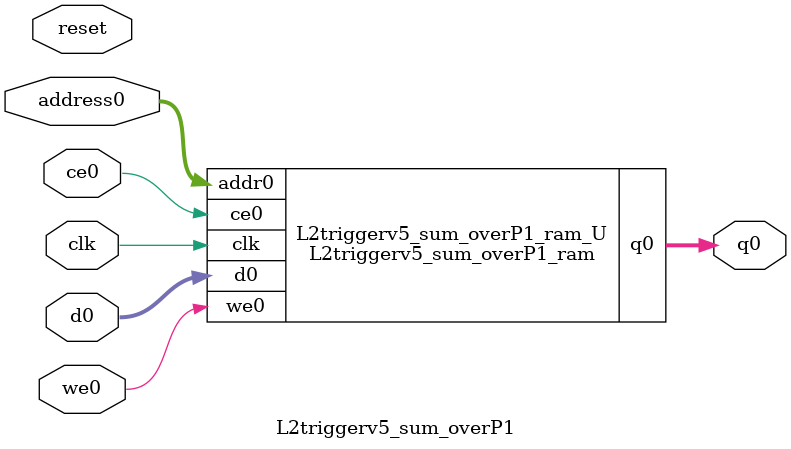
<source format=v>

`timescale 1 ns / 1 ps
module L2triggerv5_sum_overP1_ram (addr0, ce0, d0, we0, q0,  clk);

parameter DWIDTH = 32;
parameter AWIDTH = 11;
parameter MEM_SIZE = 1152;

input[AWIDTH-1:0] addr0;
input ce0;
input[DWIDTH-1:0] d0;
input we0;
output reg[DWIDTH-1:0] q0;
input clk;

(* ram_style = "block" *)reg [DWIDTH-1:0] ram[MEM_SIZE-1:0];




always @(posedge clk)  
begin 
    if (ce0) 
    begin
        if (we0) 
        begin 
            ram[addr0] <= d0; 
            q0 <= d0;
        end 
        else 
            q0 <= ram[addr0];
    end
end


endmodule


`timescale 1 ns / 1 ps
module L2triggerv5_sum_overP1(
    reset,
    clk,
    address0,
    ce0,
    we0,
    d0,
    q0);

parameter DataWidth = 32'd32;
parameter AddressRange = 32'd1152;
parameter AddressWidth = 32'd11;
input reset;
input clk;
input[AddressWidth - 1:0] address0;
input ce0;
input we0;
input[DataWidth - 1:0] d0;
output[DataWidth - 1:0] q0;



L2triggerv5_sum_overP1_ram L2triggerv5_sum_overP1_ram_U(
    .clk( clk ),
    .addr0( address0 ),
    .ce0( ce0 ),
    .d0( d0 ),
    .we0( we0 ),
    .q0( q0 ));

endmodule


</source>
